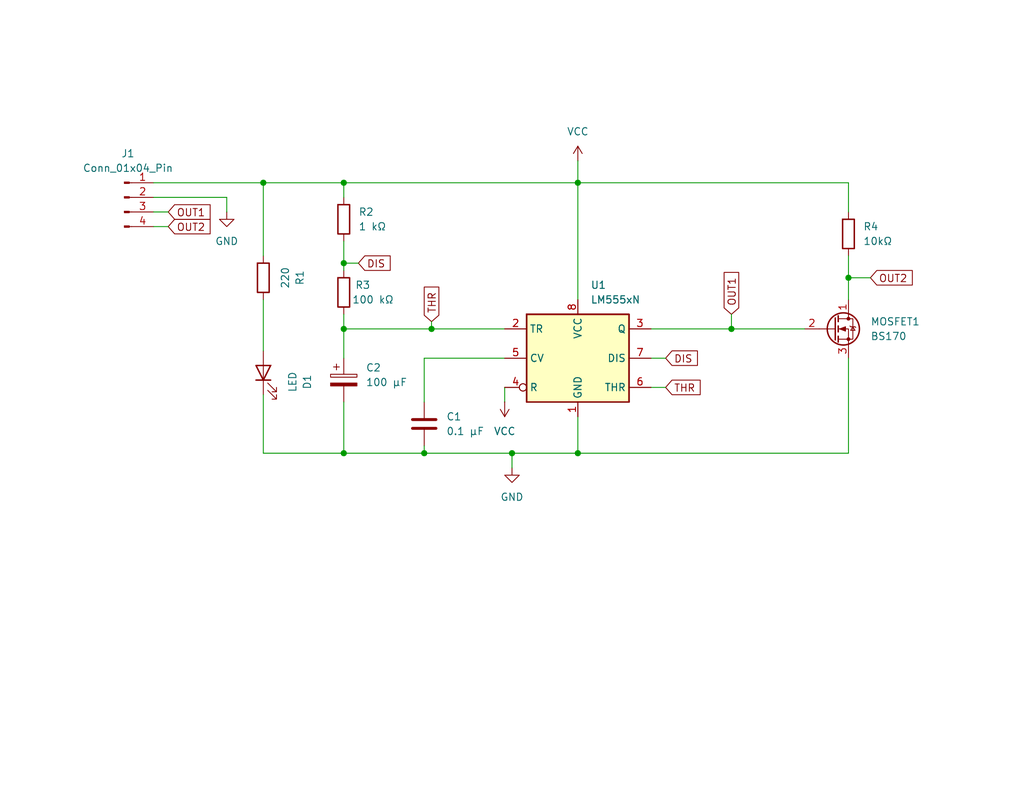
<source format=kicad_sch>
(kicad_sch (version 20231120) (generator "eeschema") (generator_version "8.0")
  (paper "User" 177.8 139.7)
  (title_block (title "555 Timer Circuit") (date "2025-01-15") (rev "V1") (company "Nandan R Pai") (comment 1 "NNM22AM033, Dept. of AIML"))
  (lib_symbols
    (symbol "Connector:Conn_01x04_Pin" (pin_names (offset 1.016) hide)
      (property "Reference" "J" (at 0 5.08 0))
      (property "Value" "Conn_01x04_Pin" (at 0 -7.62 0))
      (symbol "Conn_01x04_Pin_1_1"
        (polyline (pts (xy 1.27 -5.08) (xy 0.8636 -5.08)) (stroke (width 0.1524)))
        (polyline (pts (xy 1.27 -2.54) (xy 0.8636 -2.54)) (stroke (width 0.1524)))
        (polyline (pts (xy 1.27 0) (xy 0.8636 0)) (stroke (width 0.1524)))
        (polyline (pts (xy 1.27 2.54) (xy 0.8636 2.54)) (stroke (width 0.1524)))
        (rectangle (start 0.8636 -4.953) (end 0 -5.207) (stroke (width 0.1524)) (fill (type outline)))
        (rectangle (start 0.8636 -2.413) (end 0 -2.667) (stroke (width 0.1524)) (fill (type outline)))
        (rectangle (start 0.8636 0.127) (end 0 -0.127) (stroke (width 0.1524)) (fill (type outline)))
        (rectangle (start 0.8636 2.667) (end 0 2.413) (stroke (width 0.1524)) (fill (type outline)))
        (pin passive line (at 5.08 2.54 180) (length 3.81) (name "Pin_1") (number "1"))
        (pin passive line (at 5.08 0 180) (length 3.81) (name "Pin_2") (number "2"))
        (pin passive line (at 5.08 -2.54 180) (length 3.81) (name "Pin_3") (number "3"))
        (pin passive line (at 5.08 -5.08 180) (length 3.81) (name "Pin_4") (number "4"))
      )
    )
    (symbol "Device:C" (pin_numbers hide) (pin_names (offset 0.254))
      (property "Reference" "C" (at 0.635 2.54 0))
      (property "Value" "C" (at 0.635 -2.54 0))
      (symbol "C_0_1"
        (polyline (pts (xy -2.032 -0.762) (xy 2.032 -0.762)) (stroke (width 0.508)))
        (polyline (pts (xy -2.032 0.762) (xy 2.032 0.762)) (stroke (width 0.508)))
      )
      (symbol "C_1_1"
        (pin passive line (at 0 3.81 270) (length 2.794) (name "~") (number "1"))
        (pin passive line (at 0 -3.81 90) (length 2.794) (name "~") (number "2"))
      )
    )
    (symbol "Device:C_Polarized" (pin_numbers hide) (pin_names (offset 0.254))
      (property "Reference" "C" (at 0.635 2.54 0))
      (property "Value" "C_Polarized" (at 0.635 -2.54 0))
      (symbol "C_Polarized_0_1"
        (rectangle (start -2.286 0.508) (end 2.286 1.016))
        (polyline (pts (xy -1.778 2.286) (xy -0.762 2.286)))
        (polyline (pts (xy -1.27 2.794) (xy -1.27 1.778)))
        (rectangle (start 2.286 -0.508) (end -2.286 -1.016) (fill (type outline)))
      )
      (symbol "C_Polarized_1_1"
        (pin passive line (at 0 3.81 270) (length 2.794) (name "~") (number "1"))
        (pin passive line (at 0 -3.81 90) (length 2.794) (name "~") (number "2"))
      )
    )
    (symbol "Device:LED" (pin_numbers hide) (pin_names (offset 1.016) hide)
      (property "Reference" "D" (at 0 2.54 0))
      (property "Value" "LED" (at 0 -2.54 0))
      (symbol "LED_0_1"
        (polyline (pts (xy -1.27 -1.27) (xy -1.27 1.27)) (stroke (width 0.254)))
        (polyline (pts (xy -1.27 0) (xy 1.27 0)))
        (polyline (pts (xy 1.27 -1.27) (xy 1.27 1.27) (xy -1.27 0) (xy 1.27 -1.27)) (stroke (width 0.254)))
        (polyline (pts (xy -3.048 -0.762) (xy -4.572 -2.286) (xy -3.81 -2.286) (xy -4.572 -2.286) (xy -4.572 -1.524)))
        (polyline (pts (xy -1.778 -0.762) (xy -3.302 -2.286) (xy -2.54 -2.286) (xy -3.302 -2.286) (xy -3.302 -1.524)))
      )
      (symbol "LED_1_1"
        (pin passive line (at -3.81 0 0) (length 2.54) (name "K") (number "1"))
        (pin passive line (at 3.81 0 180) (length 2.54) (name "A") (number "2"))
      )
    )
    (symbol "Device:R" (pin_numbers hide) (pin_names (offset 0))
      (property "Reference" "R" (at 2.032 0 90))
      (property "Value" "R" (at 0 0 90))
      (symbol "R_0_1"
        (rectangle (start -1.016 -2.54) (end 1.016 2.54) (stroke (width 0.254)))
      )
      (symbol "R_1_1"
        (pin passive line (at 0 3.81 270) (length 1.27) (name "~") (number "1"))
        (pin passive line (at 0 -3.81 90) (length 1.27) (name "~") (number "2"))
      )
    )
    (symbol "Timer:LM555xN"
      (property "Reference" "U" (at -10.16 8.89 0))
      (property "Value" "LM555xN" (at 2.54 8.89 0))
      (symbol "LM555xN_0_0"
        (pin power_in line (at 0 -10.16 90) (length 2.54) (name "GND") (number "1"))
        (pin power_in line (at 0 10.16 270) (length 2.54) (name "VCC") (number "8"))
      )
      (symbol "LM555xN_0_1"
        (rectangle (start -8.89 -7.62) (end 8.89 7.62) (stroke (width 0.254)) (fill (type background)))
        (rectangle (start -8.89 -7.62) (end 8.89 7.62) (stroke (width 0.254)) (fill (type background)))
      )
      (symbol "LM555xN_1_1"
        (pin input line (at -12.7 5.08 0) (length 3.81) (name "TR") (number "2"))
        (pin output line (at 12.7 5.08 180) (length 3.81) (name "Q") (number "3"))
        (pin input inverted (at -12.7 -5.08 0) (length 3.81) (name "R") (number "4"))
        (pin input line (at -12.7 0 0) (length 3.81) (name "CV") (number "5"))
        (pin input line (at 12.7 -5.08 180) (length 3.81) (name "THR") (number "6"))
        (pin input line (at 12.7 0 180) (length 3.81) (name "DIS") (number "7"))
      )
    )
    (symbol "Transistor_FET:BS170" (pin_names hide)
      (property "Reference" "Q" (at 5.08 1.905 0))
      (property "Value" "BS170" (at 5.08 0 0))
      (symbol "BS170_0_1"
        (polyline (pts (xy 0.254 0) (xy -2.54 0)))
        (polyline (pts (xy 0.254 1.905) (xy 0.254 -1.905)) (stroke (width 0.254)))
        (polyline (pts (xy 0.762 -1.27) (xy 0.762 -2.286)) (stroke (width 0.254)))
        (polyline (pts (xy 0.762 0.508) (xy 0.762 -0.508)) (stroke (width 0.254)))
        (polyline (pts (xy 0.762 2.286) (xy 0.762 1.27)) (stroke (width 0.254)))
        (polyline (pts (xy 2.54 2.54) (xy 2.54 1.778)))
        (polyline (pts (xy 2.54 -2.54) (xy 2.54 0) (xy 0.762 0)))
        (polyline (pts (xy 0.762 -1.778) (xy 3.302 -1.778) (xy 3.302 1.778) (xy 0.762 1.778)))
        (polyline (pts (xy 1.016 0) (xy 2.032 0.381) (xy 2.032 -0.381) (xy 1.016 0)) (fill (type outline)))
        (polyline (pts (xy 2.794 0.508) (xy 2.921 0.381) (xy 3.683 0.381) (xy 3.81 0.254)))
        (polyline (pts (xy 3.302 0.381) (xy 2.921 -0.254) (xy 3.683 -0.254) (xy 3.302 0.381)))
        (circle (center 1.651 0) (radius 2.794) (stroke (width 0.254)))
        (circle (center 2.54 -1.778) (radius 0.254) (fill (type outline)))
        (circle (center 2.54 1.778) (radius 0.254) (fill (type outline)))
      )
      (symbol "BS170_1_1"
        (pin passive line (at 2.54 5.08 270) (length 2.54) (name "D") (number "1"))
        (pin input line (at -5.08 0 0) (length 2.54) (name "G") (number "2"))
        (pin passive line (at 2.54 -5.08 90) (length 2.54) (name "S") (number "3"))
      )
    )
    (symbol "power:GND" (power) (pin_numbers hide) (pin_names (offset 0) hide)
      (property "Value" "GND" (at 0 -3.81 0))
      (symbol "GND_0_1"
        (polyline (pts (xy 0 0) (xy 0 -1.27) (xy 1.27 -1.27) (xy 0 -2.54) (xy -1.27 -1.27) (xy 0 -1.27)))
      )
      (symbol "GND_1_1"
        (pin power_in line (at 0 0 270) (length 0) (name "~") (number "1"))
      )
    )
    (symbol "power:VCC" (power) (pin_numbers hide) (pin_names (offset 0) hide)
      (property "Value" "VCC" (at 0 3.556 0))
      (symbol "VCC_0_1"
        (polyline (pts (xy -0.762 1.27) (xy 0 2.54)))
        (polyline (pts (xy 0 0) (xy 0 2.54)))
        (polyline (pts (xy 0 2.54) (xy 0.762 1.27)))
      )
      (symbol "VCC_1_1"
        (pin power_in line (at 0 0 90) (length 0) (name "~") (number "1"))
      )
    )
  )
  (junction (at 88.9 78.74))
  (junction (at 59.69 57.15))
  (junction (at 59.69 45.72))
  (junction (at 59.69 78.74))
  (junction (at 45.72 31.75))
  (junction (at 74.93 57.15))
  (junction (at 147.32 48.26))
  (junction (at 100.33 31.75))
  (junction (at 73.66 78.74))
  (junction (at 127 57.15))
  (junction (at 100.33 78.74))
  (junction (at 59.69 31.75))
  (wire (pts (xy 87.63 67.31) (xy 87.63 69.85)))
  (wire (pts (xy 147.32 44.45) (xy 147.32 48.26)))
  (wire (pts (xy 45.72 31.75) (xy 45.72 44.45)))
  (wire (pts (xy 59.69 31.75) (xy 100.33 31.75)))
  (wire (pts (xy 45.72 60.96) (xy 45.72 52.07)))
  (wire (pts (xy 100.33 78.74) (xy 147.32 78.74)))
  (wire (pts (xy 113.03 57.15) (xy 127 57.15)))
  (wire (pts (xy 113.03 67.31) (xy 115.57 67.31)))
  (wire (pts (xy 45.72 68.58) (xy 45.72 78.74)))
  (wire (pts (xy 147.32 62.23) (xy 147.32 78.74)))
  (wire (pts (xy 59.69 57.15) (xy 59.69 62.23)))
  (wire (pts (xy 59.69 54.61) (xy 59.69 57.15)))
  (wire (pts (xy 100.33 31.75) (xy 147.32 31.75)))
  (wire (pts (xy 26.67 36.83) (xy 29.21 36.83)))
  (wire (pts (xy 73.66 62.23) (xy 87.63 62.23)))
  (wire (pts (xy 59.69 69.85) (xy 59.69 78.74)))
  (wire (pts (xy 100.33 31.75) (xy 100.33 52.07)))
  (wire (pts (xy 74.93 57.15) (xy 87.63 57.15)))
  (wire (pts (xy 147.32 48.26) (xy 147.32 52.07)))
  (wire (pts (xy 100.33 27.94) (xy 100.33 31.75)))
  (wire (pts (xy 88.9 78.74) (xy 88.9 81.28)))
  (wire (pts (xy 88.9 78.74) (xy 100.33 78.74)))
  (wire (pts (xy 26.67 39.37) (xy 29.21 39.37)))
  (wire (pts (xy 59.69 31.75) (xy 59.69 34.29)))
  (wire (pts (xy 147.32 48.26) (xy 151.13 48.26)))
  (wire (pts (xy 73.66 62.23) (xy 73.66 69.85)))
  (wire (pts (xy 127 57.15) (xy 139.7 57.15)))
  (wire (pts (xy 59.69 41.91) (xy 59.69 45.72)))
  (wire (pts (xy 73.66 77.47) (xy 73.66 78.74)))
  (wire (pts (xy 45.72 31.75) (xy 59.69 31.75)))
  (wire (pts (xy 45.72 78.74) (xy 59.69 78.74)))
  (wire (pts (xy 147.32 36.83) (xy 147.32 31.75)))
  (wire (pts (xy 26.67 31.75) (xy 45.72 31.75)))
  (wire (pts (xy 113.03 62.23) (xy 115.57 62.23)))
  (wire (pts (xy 59.69 78.74) (xy 73.66 78.74)))
  (wire (pts (xy 26.67 34.29) (xy 39.37 34.29)))
  (wire (pts (xy 59.69 45.72) (xy 59.69 46.99)))
  (wire (pts (xy 127 54.61) (xy 127 57.15)))
  (wire (pts (xy 59.69 57.15) (xy 74.93 57.15)))
  (wire (pts (xy 59.69 45.72) (xy 62.23 45.72)))
  (wire (pts (xy 73.66 78.74) (xy 88.9 78.74)))
  (wire (pts (xy 100.33 78.74) (xy 100.33 72.39)))
  (wire (pts (xy 39.37 36.83) (xy 39.37 34.29)))
  (wire (pts (xy 74.93 55.88) (xy 74.93 57.15)))
  (global_label "OUT2" (shape input) (at 29.21 39.37 0) (property "Intersheetrefs" "${INTERSHEET_REFS}" (effects (hide yes))))
  (global_label "DIS" (shape input) (at 115.57 62.23 0) (property "Intersheetrefs" "${INTERSHEET_REFS}" (effects (hide yes))))
  (global_label "OUT2" (shape input) (at 151.13 48.26 0) (property "Intersheetrefs" "${INTERSHEET_REFS}" (effects (hide yes))))
  (global_label "OUT1" (shape input) (at 29.21 36.83 0) (property "Intersheetrefs" "${INTERSHEET_REFS}" (effects (hide yes))))
  (global_label "DIS" (shape input) (at 62.23 45.72 0) (property "Intersheetrefs" "${INTERSHEET_REFS}" (effects (hide yes))))
  (global_label "OUT1" (shape input) (at 127 54.61 90) (property "Intersheetrefs" "${INTERSHEET_REFS}" (effects (hide yes))))
  (global_label "THR" (shape input) (at 74.93 55.88 90) (property "Intersheetrefs" "${INTERSHEET_REFS}" (effects (hide yes))))
  (global_label "THR" (shape input) (at 115.57 67.31 0) (property "Intersheetrefs" "${INTERSHEET_REFS}" (effects (hide yes))))
  (symbol (lib_id "Transistor_FET:BS170") (at 144.78 57.15 0) (unit 1)
    (property "Reference" "MOSFET1" (at 151.13 55.8799 0) (effects (justify left)))
    (property "Value" "BS170" (at 151.13 58.4199 0) (effects (justify left)))
    (property "Footprint" "Package_TO_SOT_THT:TO-92_Inline" (effects (hide yes)))
    (property "Datasheet" "https://www.onsemi.com/pub/Collateral/BS170-D.PDF" (effects (hide yes)))
    (property "Description" "0.5A Id, 60V Vds, N-Channel MOSFET, TO-92" (effects (hide yes)))
  )
  (symbol (lib_id "Device:C_Polarized") (at 59.69 66.04 0) (unit 1)
    (property "Reference" "C2" (at 63.5 63.8809 0) (effects (justify left)))
    (property "Value" "100 µF" (at 63.5 66.4209 0) (effects (justify left)))
    (property "Description" "Polarized capacitor" (effects (hide yes)))
  )
  (symbol (lib_id "Device:R") (at 59.69 50.8 180) (unit 1)
    (property "Reference" "R3" (at 62.992 49.53 0))
    (property "Value" "100 kΩ" (at 64.77 52.07 0))
    (property "Description" "Resistor" (effects (hide yes)))
  )
  (symbol (lib_id "power:VCC") (at 100.33 27.94 0) (unit 1)
    (property "Reference" "#PWR02" (effects (hide yes)))
    (property "Value" "VCC" (at 100.33 22.86 0))
    (property "Description" "Power symbol creates a global label with name \"VCC\"" (effects (hide yes)))
  )
  (symbol (lib_id "Device:R") (at 59.69 38.1 0) (unit 1)
    (property "Reference" "R2" (at 62.23 36.8299 0) (effects (justify left)))
    (property "Value" "1 kΩ" (at 62.23 39.3699 0) (effects (justify left)))
    (property "Description" "Resistor" (effects (hide yes)))
  )
  (symbol (lib_id "power:GND") (at 39.37 36.83 0) (unit 1)
    (property "Reference" "#PWR03" (effects (hide yes)))
    (property "Value" "GND" (at 39.37 41.91 0))
    (property "Description" "Power symbol creates a global label with name \"GND\" , ground" (effects (hide yes)))
  )
  (symbol (lib_id "Device:R") (at 45.72 48.26 180) (unit 1)
    (property "Reference" "R1" (at 52.07 48.26 90))
    (property "Value" "220" (at 49.53 48.26 90))
    (property "Description" "Resistor" (effects (hide yes)))
  )
  (symbol (lib_id "Device:R") (at 147.32 40.64 0) (unit 1)
    (property "Reference" "R4" (at 149.86 39.3699 0) (effects (justify left)))
    (property "Value" "10kΩ" (at 149.86 41.9099 0) (effects (justify left)))
    (property "Description" "Resistor" (effects (hide yes)))
  )
  (symbol (lib_id "Connector:Conn_01x04_Pin") (at 21.59 34.29 0) (unit 1)
    (property "Reference" "J1" (at 22.225 26.67 0))
    (property "Value" "Conn_01x04_Pin" (at 22.225 29.21 0))
    (property "Description" "Generic connector, single row, 01x04, script generated" (effects (hide yes)))
  )
  (symbol (lib_id "Device:C") (at 73.66 73.66 180) (unit 1)
    (property "Reference" "C1" (at 77.47 72.3899 0) (effects (justify right)))
    (property "Value" "0.1 µF" (at 77.47 74.9299 0) (effects (justify right)))
    (property "Description" "Unpolarized capacitor" (effects (hide yes)))
  )
  (symbol (lib_id "Timer:LM555xN") (at 100.33 62.23 0) (unit 1)
    (property "Reference" "U1" (at 102.5241 49.53 0) (effects (justify left)))
    (property "Value" "LM555xN" (at 102.5241 52.07 0) (effects (justify left)))
    (property "Footprint" "Package_DIP:DIP-8_W7.62mm" (effects (hide yes)))
    (property "Datasheet" "http://www.ti.com/lit/ds/symlink/lm555.pdf" (effects (hide yes)))
    (property "Description" "Timer, 555 compatible, PDIP-8" (effects (hide yes)))
  )
  (symbol (lib_id "power:GND") (at 88.9 81.28 0) (unit 1)
    (property "Reference" "#PWR01" (effects (hide yes)))
    (property "Value" "GND" (at 88.9 86.36 0))
    (property "Description" "Power symbol creates a global label with name \"GND\" , ground" (effects (hide yes)))
  )
  (symbol (lib_id "Device:LED") (at 45.72 64.77 90) (unit 1)
    (property "Reference" "D1" (at 53.34 66.3575 0))
    (property "Value" "LED" (at 50.8 66.3575 0))
    (property "Description" "Light emitting diode" (effects (hide yes)))
  )
  (symbol (lib_id "power:VCC") (at 87.63 69.85 180) (unit 1)
    (property "Reference" "#PWR07" (effects (hide yes)))
    (property "Value" "VCC" (at 87.63 74.93 0))
    (property "Description" "Power symbol creates a global label with name \"VCC\"" (effects (hide yes)))
  )
)
</source>
